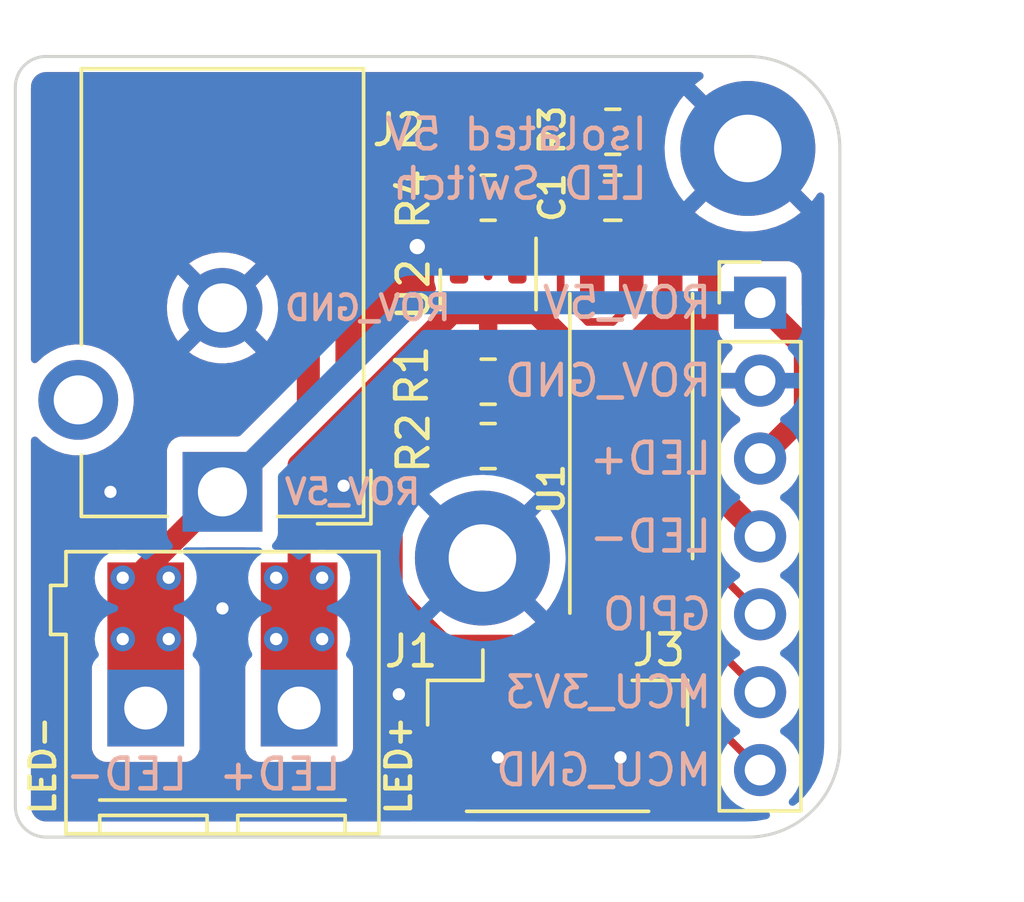
<source format=kicad_pcb>
(kicad_pcb (version 20211014) (generator pcbnew)
  (title_block (title "Isolated LED Switch PCB") (date "2022-04-30") (rev "2") (comment 3 "Author: Vincent Nguyen"))
  (layers (0 "F.Cu" signal "Front") (31 "B.Cu" signal "Back") (34 "B.Paste" user) (35 "F.Paste" user) (36 "B.SilkS" user "B.Silkscreen") (37 "F.SilkS" user "F.Silkscreen") (38 "B.Mask" user) (39 "F.Mask" user) (44 "Edge.Cuts" user))
  (net 0 "")
  (net 1 "GPIO")
  (net 2 "MCU_GND")
  (net 3 "LED_ANODE+")
  (net 4 "Net-(R3-Pad2)")
  (net 5 "Net-(R4-Pad2)")
  (net 6 "GND")
  (net 7 "LED_CATHODE-")
  (net 8 "MCU_3V3")
  (net 10 "Net-(R2-Pad2)")
  (footprint "Connector_BarrelJack:BarrelJack_CUI_PJ-102AH_Horizontal" (layer "F.Cu") (at 140.25 100.2 180)
    (fp_text reference "J2" (at -5.75 11.8) (layer "F.SilkS"))
    (fp_text value "Barrel_Jack")
    (fp_line (start 4.6 4.8) (end 4.6 13.8) (layer "F.SilkS") (width 0.12))
    (fp_line (start -4.84 0.7) (end -4.84 -1.04) (layer "F.SilkS") (width 0.12))
    (fp_line (start 1.8 -0.8) (end 4.6 -0.8) (layer "F.SilkS") (width 0.12))
    (fp_line (start -4.6 13.8) (end -4.6 -0.8) (layer "F.SilkS") (width 0.12))
    (fp_line (start 4.6 -0.8) (end 4.6 1.2) (layer "F.SilkS") (width 0.12))
    (fp_line (start -4.6 -0.8) (end -1.8 -0.8) (layer "F.SilkS") (width 0.12))
    (fp_line (start -4.84 -1.04) (end -3.1 -1.04) (layer "F.SilkS") (width 0.12))
    (fp_line (start 4.6 13.8) (end -4.6 13.8) (layer "F.SilkS") (width 0.12))
    (pad "1" thru_hole rect (at 0 0 180) (size 2.6 2.6) (drill 1.6) (layers *.Cu *.Mask) (net 3 "LED_ANODE+"))
    (pad "2" thru_hole circle (at 0 6 180) (size 2.6 2.6) (drill 1.6) (layers *.Cu *.Mask) (net 6 "GND"))
    (pad "3" thru_hole circle (at 4.7 3 180) (size 2.6 2.6) (drill 1.6) (layers *.Cu *.Mask))
  )
  (footprint "Package_TO_SOT_SMD:SOT-23" (layer "F.Cu") (at 148.91153 93.607247 -90)
    (fp_text reference "U2" (at -0.007247 2.4375 90) (layer "F.SilkS"))
    (fp_text value "SI3402-TP")
    (fp_line (start 0 1.56) (end -0.65 1.56) (layer "F.SilkS") (width 0.12))
    (fp_line (start 0 -1.56) (end 0.65 -1.56) (layer "F.SilkS") (width 0.12))
    (fp_line (start 0 1.56) (end 0.65 1.56) (layer "F.SilkS") (width 0.12))
    (fp_line (start 0 -1.56) (end -1.675 -1.56) (layer "F.SilkS") (width 0.12))
    (pad "1" smd roundrect (at -0.9375 -0.95 270) (size 1.475 0.6) (layers "F.Cu" "F.Paste" "F.Mask") (net 5 "Net-(R4-Pad2)"))
    (pad "2" smd roundrect (at -0.9375 0.95 270) (size 1.475 0.6) (layers "F.Cu" "F.Paste" "F.Mask") (net 6 "GND"))
    (pad "3" smd roundrect (at 0.9375 0 270) (size 1.475 0.6) (layers "F.Cu" "F.Paste" "F.Mask") (net 7 "LED_CATHODE-"))
  )
  (footprint "Resistor_SMD:R_0805_2012Metric" (layer "F.Cu") (at 148.91153 96.607247 180)
    (fp_text reference "R1" (at 2.4875 0.2 90) (layer "F.SilkS"))
    (fp_text value "10k")
    (fp_line (start -0.227064 -0.735) (end 0.227064 -0.735) (layer "F.SilkS") (width 0.12))
    (fp_line (start -0.227064 0.735) (end 0.227064 0.735) (layer "F.SilkS") (width 0.12))
    (pad "1" smd roundrect (at -0.9125 0 180) (size 1.025 1.4) (layers "F.Cu" "F.Paste" "F.Mask") (roundrect_rratio 0.243902) (net 1 "GPIO"))
    (pad "2" smd roundrect (at 0.9125 0 180) (size 1.025 1.4) (layers "F.Cu" "F.Paste" "F.Mask") (roundrect_rratio 0.243902) (net 2 "MCU_GND"))
  )
  (footprint "Resistor_SMD:R_0805_2012Metric" (layer "F.Cu") (at 152.97403 88.457247)
    (fp_text reference "R3" (at -1.97403 -0.057247 90) (layer "F.SilkS") (effects (font (size 0.8 0.8))))
    (fp_text value "10k")
    (fp_line (start -0.227064 0.735) (end 0.227064 0.735) (layer "F.SilkS") (width 0.12))
    (fp_line (start -0.227064 -0.735) (end 0.227064 -0.735) (layer "F.SilkS") (width 0.12))
    (pad "1" smd roundrect (at -0.9125 0) (size 1.025 1.4) (layers "F.Cu" "F.Paste" "F.Mask") (roundrect_rratio 0.243902) (net 3 "LED_ANODE+"))
    (pad "2" smd roundrect (at 0.9125 0) (size 1.025 1.4) (layers "F.Cu" "F.Paste" "F.Mask") (roundrect_rratio 0.243902) (net 4 "Net-(R3-Pad2)"))
  )
  (footprint "Capacitor_SMD:C_0805_2012Metric" (layer "F.Cu") (at 152.97403 90.607247)
    (fp_text reference "C1" (at -1.97403 -0.007247 90) (layer "F.SilkS") (effects (font (size 0.8 0.8))))
    (fp_text value "0.1uF")
    (fp_line (start -0.261252 -0.735) (end 0.261252 -0.735) (layer "F.SilkS") (width 0.12))
    (fp_line (start -0.261252 0.735) (end 0.261252 0.735) (layer "F.SilkS") (width 0.12))
    (pad "1" smd roundrect (at -0.95 0) (size 1 1.45) (layers "F.Cu" "F.Paste" "F.Mask") (net 3 "LED_ANODE+"))
    (pad "2" smd roundrect (at 0.95 0) (size 1 1.45) (layers "F.Cu" "F.Paste" "F.Mask") (net 6 "GND"))
  )
  (footprint "0_lib_fp:TB001-500-02BE" (layer "F.Cu") (at 140.25 107.25)
    (fp_text reference "J1" (at 6.15 -1.85 unlocked) (layer "F.SilkS"))
    (fp_text value "TB001-500-02BE")
    (fp_line (start 4 3.5) (end 4 4.1) (layer "F.SilkS") (width 0.12))
    (fp_line (start -0.5 3.5) (end -0.5 4.1) (layer "F.SilkS") (width 0.12))
    (fp_line (start -5.1 -5.1) (end 5.1 -5.1) (layer "F.SilkS") (width 0.12))
    (fp_line (start -5.1 -5.1) (end -5.1 -4) (layer "F.SilkS") (width 0.12))
    (fp_line (start -4 3.5) (end -4 4.1) (layer "F.SilkS") (width 0.12))
    (fp_line (start -5.6 -4) (end -5.1 -4) (layer "F.SilkS") (width 0.12))
    (fp_line (start 0.5 4.1) (end 0.5 3.5) (layer "F.SilkS") (width 0.12))
    (fp_line (start 4 3) (end -4 3) (layer "F.SilkS") (width 0.12))
    (fp_line (start -5.1 4.1) (end -5.1 -2.4) (layer "F.SilkS") (width 0.12))
    (fp_line (start -5.6 -2.4) (end -5.1 -2.4) (layer "F.SilkS") (width 0.12))
    (fp_line (start -0.5 3.5) (end -4 3.5) (layer "F.SilkS") (width 0.12))
    (fp_line (start 5.1 4.1) (end -5.1 4.1) (layer "F.SilkS") (width 0.12))
    (fp_line (start 0.5 3.5) (end 4 3.5) (layer "F.SilkS") (width 0.12))
    (fp_line (start 5.1 -5.1) (end 5.1 4.1) (layer "F.SilkS") (width 0.12))
    (fp_line (start -5.6 -4) (end -5.6 -2.4) (layer "F.SilkS") (width 0.12))
    (pad "1" thru_hole circle (at -1.75 -4.25) (size 0.8 0.8) (drill 0.4) (layers *.Cu *.Mask) (net 3 "LED_ANODE+"))
    (pad "1" thru_hole circle (at -3.25 -4.25) (size 0.8 0.8) (drill 0.4) (layers *.Cu *.Mask) (net 3 "LED_ANODE+"))
    (pad "1" thru_hole trapezoid (at -2.5 0) (size 2.5 2.5) (drill 1.4) (layers *.Cu *.Mask) (net 3 "LED_ANODE+"))
    (pad "1" thru_hole circle (at -3.25 -2.25) (size 0.8 0.8) (drill 0.4) (layers *.Cu *.Mask) (net 3 "LED_ANODE+"))
    (pad "1" smd rect (at -2.5 -3) (size 2.5 3.5) (layers "F.Cu" "F.Paste" "F.Mask") (net 3 "LED_ANODE+"))
    (pad "1" thru_hole circle (at -1.75 -2.25) (size 0.8 0.8) (drill 0.4) (layers *.Cu *.Mask) (net 3 "LED_ANODE+"))
    (pad "2" thru_hole circle (at 1.75 -4.25) (size 0.8 0.8) (drill 0.4) (layers *.Cu *.Mask) (net 7 "LED_CATHODE-"))
    (pad "2" thru_hole circle (at 3.25 -2.25) (size 0.8 0.8) (drill 0.4) (layers *.Cu *.Mask) (net 7 "LED_CATHODE-"))
    (pad "2" thru_hole circle (at 1.75 -2.25) (size 0.8 0.8) (drill 0.4) (layers *.Cu *.Mask) (net 7 "LED_CATHODE-"))
    (pad "2" smd rect (at 2.5 -3) (size 2.5 3.5) (layers "F.Cu" "F.Paste" "F.Mask") (net 7 "LED_CATHODE-"))
    (pad "2" thru_hole circle (at 3.25 -4.25) (size 0.8 0.8) (drill 0.4) (layers *.Cu *.Mask) (net 7 "LED_CATHODE-"))
    (pad "2" thru_hole rect (at 2.5 0) (size 2.5 2.5) (drill 1.4) (layers *.Cu *.Mask) (net 7 "LED_CATHODE-"))
  )
  (footprint "Resistor_SMD:R_0805_2012Metric" (layer "F.Cu") (at 148.91153 98.707247)
    (fp_text reference "R2" (at -2.4375 -0.1 90) (layer "F.SilkS"))
    (fp_text value "680")
    (fp_line (start -0.227064 0.735) (end 0.227064 0.735) (layer "F.SilkS") (width 0.12))
    (fp_line (start -0.227064 -0.735) (end 0.227064 -0.735) (layer "F.SilkS") (width 0.12))
    (pad "1" smd roundrect (at -0.9125 0) (size 1.025 1.4) (layers "F.Cu" "F.Paste" "F.Mask") (roundrect_rratio 0.243902) (net 1 "GPIO"))
    (pad "2" smd roundrect (at 0.9125 0) (size 1.025 1.4) (layers "F.Cu" "F.Paste" "F.Mask") (roundrect_rratio 0.243902) (net 10 "Net-(R2-Pad2)"))
  )
  (footprint "MountingHole:MountingHole_2.2mm_M2_Pad" (layer "F.Cu") (at 157.37403 89)
    (fp_text reference "H2" hide)
    (fp_text value "2.2mm M2")
    (pad "1" thru_hole circle (at 0 0) (size 4.4 4.4) (drill 2.2) (layers *.Cu *.Mask) (net 6 "GND"))
  )
  (footprint "Connector_JST:JST_GH_SM04B-GHS-TB_1x04-1MP_P1.25mm_Horizontal" (layer "F.Cu") (at 151.17403 108.057247)
    (fp_text reference "J3" (at 3.3 -2.7) (layer "F.SilkS"))
    (fp_text value "SM04B-GHS-TB(LF)(SN)")
    (fp_line (start 4.235 -0.26) (end 4.235 -1.71) (layer "F.SilkS") (width 0.12))
    (fp_line (start -4.235 -1.71) (end -2.435 -1.71) (layer "F.SilkS") (width 0.12))
    (fp_line (start 4.235 -1.71) (end 2.435 -1.71) (layer "F.SilkS") (width 0.12))
    (fp_line (start -4.235 -0.26) (end -4.235 -1.71) (layer "F.SilkS") (width 0.12))
    (fp_line (start -2.965 2.56) (end 2.965 2.56) (layer "F.SilkS") (width 0.12))
    (fp_line (start -2.435 -1.71) (end -2.435 -2.7) (layer "F.SilkS") (width 0.12))
    (pad "1" smd roundrect (at -1.875 -1.85) (size 0.6 1.7) (layers "F.Cu" "F.Paste" "F.Mask"))
    (pad "2" smd roundrect (at -0.625 -1.85) (size 0.6 1.7) (layers "F.Cu" "F.Paste" "F.Mask") (net 1 "GPIO"))
    (pad "3" smd roundrect (at 0.625 -1.85) (size 0.6 1.7) (layers "F.Cu" "F.Paste" "F.Mask") (net 8 "MCU_3V3"))
    (pad "4" smd roundrect (at 1.875 -1.85) (size 0.6 1.7) (layers "F.Cu" "F.Paste" "F.Mask") (net 2 "MCU_GND"))
    (pad "MP" smd roundrect (at -3.725 1.35) (size 1 2.7) (layers "F.Cu" "F.Paste" "F.Mask"))
    (pad "MP" smd roundrect (at 3.725 1.35) (size 1 2.7) (layers "F.Cu" "F.Paste" "F.Mask"))
  )
  (footprint "MountingHole:MountingHole_2.2mm_M2_Pad" (layer "F.Cu") (at 148.72403 102.357247)
    (fp_text reference "H1" hide)
    (fp_text value "2.2mm M2")
    (pad "1" thru_hole circle (at 0 0) (size 4.4 4.4) (drill 2.2) (layers *.Cu *.Mask) (net 6 "GND"))
  )
  (footprint "0_lib_fp:SO6L(LF4)" (layer "F.Cu") (at 153.57403 98.057247 90)
    (fp_text reference "U1" (at -2.05 -2.6 90 unlocked) (layer "F.SilkS") (effects (font (size 0.8 0.8))))
    (fp_text value "TLP2710(TP4,E")
    (fp_line (start -4.318 2) (end 4.318 2) (layer "F.SilkS") (width 0.12))
    (fp_line (start -6.096 -2) (end 4.318 -2) (layer "F.SilkS") (width 0.12))
    (pad "1" smd rect (at -5.3 -1.27 90) (size 1.8 0.8) (layers "F.Cu" "F.Paste" "F.Mask") (net 8 "MCU_3V3"))
    (pad "2" smd rect (at -5.3 0 90) (size 1.8 0.8) (layers "F.Cu" "F.Paste" "F.Mask"))
    (pad "3" smd rect (at -5.3 1.27 90) (size 1.8 0.8) (layers "F.Cu" "F.Paste" "F.Mask") (net 10 "Net-(R2-Pad2)"))
    (pad "4" smd rect (at 5.3 1.27 90) (size 1.8 0.8) (layers "F.Cu" "F.Paste" "F.Mask") (net 6 "GND"))
    (pad "5" smd rect (at 5.3 0 90) (size 1.8 0.8) (layers "F.Cu" "F.Paste" "F.Mask") (net 4 "Net-(R3-Pad2)"))
    (pad "6" smd rect (at 5.3 -1.27 90) (size 1.8 0.8) (layers "F.Cu" "F.Paste" "F.Mask") (net 3 "LED_ANODE+"))
  )
  (footprint "Connector_PinHeader_2.54mm:PinHeader_1x07_P2.54mm_Vertical" (layer "F.Cu") (at 157.77403 94.032247)
    (fp_text reference "J4" hide)
    (fp_text value "01x07 2.54mm Pin headers")
    (fp_line (start -1.33 0) (end -1.33 -1.33) (layer "F.SilkS") (width 0.12))
    (fp_line (start -1.33 1.27) (end 1.33 1.27) (layer "F.SilkS") (width 0.12))
    (fp_line (start -1.33 1.27) (end -1.33 16.57) (layer "F.SilkS") (width 0.12))
    (fp_line (start -1.33 16.57) (end 1.33 16.57) (layer "F.SilkS") (width 0.12))
    (fp_line (start -1.33 -1.33) (end 0 -1.33) (layer "F.SilkS") (width 0.12))
    (fp_line (start 1.33 1.27) (end 1.33 16.57) (layer "F.SilkS") (width 0.12))
    (pad "1" thru_hole rect (at 0 0) (size 1.7 1.7) (drill 1) (layers *.Cu *.Mask) (net 3 "LED_ANODE+"))
    (pad "2" thru_hole oval (at 0 2.54) (size 1.7 1.7) (drill 1) (layers *.Cu *.Mask) (net 6 "GND"))
    (pad "3" thru_hole oval (at 0 5.08) (size 1.7 1.7) (drill 1) (layers *.Cu *.Mask) (net 3 "LED_ANODE+"))
    (pad "4" thru_hole oval (at 0 7.62) (size 1.7 1.7) (drill 1) (layers *.Cu *.Mask) (net 7 "LED_CATHODE-"))
    (pad "5" thru_hole oval (at 0 10.16) (size 1.7 1.7) (drill 1) (layers *.Cu *.Mask) (net 1 "GPIO"))
    (pad "6" thru_hole oval (at 0 12.7) (size 1.7 1.7) (drill 1) (layers *.Cu *.Mask) (net 8 "MCU_3V3"))
    (pad "7" thru_hole oval (at 0 15.24) (size 1.7 1.7) (drill 1) (layers *.Cu *.Mask) (net 2 "MCU_GND"))
  )
  (footprint "Resistor_SMD:R_0805_2012Metric" (layer "F.Cu") (at 148.91153 90.607247 180)
    (fp_text reference "R4" (at 2.4375 -0.05 90) (layer "F.SilkS"))
    (fp_text value "4.7k")
    (fp_line (start -0.227064 -0.735) (end 0.227064 -0.735) (layer "F.SilkS") (width 0.12))
    (fp_line (start -0.227064 0.735) (end 0.227064 0.735) (layer "F.SilkS") (width 0.12))
    (pad "1" smd roundrect (at -0.9125 0 180) (size 1.025 1.4) (layers "F.Cu" "F.Paste" "F.Mask") (roundrect_rratio 0.243902) (net 4 "Net-(R3-Pad2)"))
    (pad "2" smd roundrect (at 0.9125 0 180) (size 1.025 1.4) (layers "F.Cu" "F.Paste" "F.Mask") (roundrect_rratio 0.243902) (net 5 "Net-(R4-Pad2)"))
  )
  (gr_arc (start 134.5 111.457247) (mid 133.792857 111.164367) (end 133.5 110.457247) (layer "Edge.Cuts") (width 0.1))
  (gr_line (start 157.37403 86) (end 134.5 86) (layer "Edge.Cuts") (width 0.1))
  (gr_line (start 133.5 98.85) (end 133.5 110.457247) (layer "Edge.Cuts") (width 0.1))
  (gr_line (start 160.37403 89) (end 160.37403 108.457247) (layer "Edge.Cuts") (width 0.1))
  (gr_line (start 134.5 111.457247) (end 157.37403 111.457247) (layer "Edge.Cuts") (width 0.1))
  (gr_arc (start 157.37403 86) (mid 159.495314 86.878693) (end 160.37403 89) (layer "Edge.Cuts") (width 0.1))
  (gr_line (start 133.5 98.85) (end 133.5 87) (layer "Edge.Cuts") (width 0.1))
  (gr_arc (start 160.37403 108.457247) (mid 159.49535 110.578567) (end 157.37403 111.457247) (layer "Edge.Cuts") (width 0.1))
  (gr_arc (start 133.5 87) (mid 133.792878 86.292873) (end 134.5 86) (layer "Edge.Cuts") (width 0.1))
  (gr_text "MCU_3V3" (at 156.27403 106.732247) (layer "B.SilkS") (effects (font (size 1 1)) (justify left mirror)))
  (gr_text "GPIO" (at 156.27403 104.192247) (layer "B.SilkS") (effects (font (size 1 1)) (justify left mirror)))
  (gr_text "LED-" (at 139.2 109.411247) (layer "B.SilkS") (effects (font (size 1 1)) (justify left mirror)))
  (gr_text "LED-" (at 156.27403 101.652247) (layer "B.SilkS") (effects (font (size 1 1)) (justify left mirror)))
  (gr_text "LED+" (at 156.27403 99.112247) (layer "B.SilkS") (effects (font (size 1 1)) (justify left mirror)))
  (gr_text "Isolated 5V \nLED Switch" (at 154.18603 89.345247) (layer "B.SilkS") (effects (font (size 1 1)) (justify left mirror)))
  (gr_text "ROV_5V" (at 142.2 100.2) (layer "B.SilkS") (effects (font (size 0.8 0.8)) (justify right mirror)))
  (gr_text "ROV_GND" (at 142.2 94.2) (layer "B.SilkS") (effects (font (size 0.8 0.8)) (justify right mirror)))
  (gr_text "ROV_GND" (at 156.27403 96.572247) (layer "B.SilkS") (effects (font (size 1 1)) (justify left mirror)))
  (gr_text "ROV_5V" (at 156.27403 94.032247) (layer "B.SilkS") (effects (font (size 1 1)) (justify left mirror)))
  (gr_text "MCU_GND" (at 156.27403 109.272247) (layer "B.SilkS") (effects (font (size 1 1)) (justify left mirror)))
  (gr_text "LED+" (at 144.2 109.411247) (layer "B.SilkS") (effects (font (size 1 1)) (justify left mirror)))
  (gr_text "LED+" (at 146 110.8 90) (layer "F.SilkS") (effects (font (size 0.8 0.8)) (justify left)))
  (gr_text "LED-" (at 134.4 110.8 90) (layer "F.SilkS") (effects (font (size 0.8 0.8)) (justify left)))
  (segment (start 147.91153 98.707247) (end 147.91153 98.519747) (width 0.25) (layer "F.Cu") (net 1))
  (segment (start 147.91153 98.707247) (end 145.999519 100.619258) (width 0.25) (layer "F.Cu") (net 1))
  (segment (start 147.91153 98.707247) (end 147.91153 98.469747) (width 0.25) (layer "F.Cu") (net 1))
  (segment (start 149.82403 96.607247) (end 150.18903 96.607247) (width 0.25) (layer "F.Cu") (net 1))
  (segment (start 145.999519 100.619258) (end 145.999519 103.423645) (width 0.25) (layer "F.Cu") (net 1))
  (segment (start 150.54903 105.865464) (end 150.54903 106.207247) (width 0.25) (layer "F.Cu") (net 1))
  (segment (start 147.91153 98.519747) (end 149.82403 96.607247) (width 0.25) (layer "F.Cu") (net 1))
  (segment (start 145.999519 103.423645) (end 147.558601 104.982727) (width 0.25) (layer "F.Cu") (net 1))
  (segment (start 150.18903 96.607247) (end 157.77403 104.192247) (width 0.25) (layer "F.Cu") (net 1))
  (segment (start 147.558601 104.982727) (end 149.666293 104.982727) (width 0.25) (layer "F.Cu") (net 1))
  (segment (start 149.666293 104.982727) (end 150.54903 105.865464) (width 0.25) (layer "F.Cu") (net 1))
  (segment (start 157.77403 109.272247) (end 154.70903 106.207247) (width 0.25) (layer "F.Cu") (net 2))
  (segment (start 145.5 104) (end 149.107247 107.607247) (width 0.25) (layer "F.Cu") (net 2))
  (segment (start 145.5 104) (end 145.5 99.106277) (width 0.25) (layer "F.Cu") (net 2))
  (segment (start 152.47403 107.607247) (end 153.04903 107.032247) (width 0.25) (layer "F.Cu") (net 2))
  (segment (start 153.04903 107.032247) (end 153.04903 106.207247) (width 0.25) (layer "F.Cu") (net 2))
  (segment (start 149.107247 107.607247) (end 152.47403 107.607247) (width 0.25) (layer "F.Cu") (net 2))
  (segment (start 145.5 99.106277) (end 147.99903 96.607247) (width 0.25) (layer "F.Cu") (net 2))
  (segment (start 154.70903 106.207247) (end 153.04903 106.207247) (width 0.25) (layer "F.Cu") (net 2))
  (segment (start 152.02403 88.494747) (end 152.06153 88.457247) (width 0.75) (layer "F.Cu") (net 3))
  (segment (start 152.02403 90.607247) (end 152.02403 88.494747) (width 0.75) (layer "F.Cu") (net 3))
  (segment (start 137.75 102.7) (end 140.25 100.2) (width 0.75) (layer "F.Cu") (net 3))
  (segment (start 152.02403 92.477247) (end 152.02403 90.607247) (width 0.75) (layer "F.Cu") (net 3))
  (segment (start 148.199772 88.457247) (end 152.06153 88.457247) (width 0.75) (layer "F.Cu") (net 3))
  (segment (start 152.30403 92.757247) (end 152.02403 92.477247) (width 0.75) (layer "F.Cu") (net 3))
  (segment (start 159.248541 95.506758) (end 159.248541 97.637736) (width 0.75) (layer "F.Cu") (net 3))
  (segment (start 140.25 100.2) (end 143.05 97.4) (width 0.75) (layer "F.Cu") (net 3))
  (segment (start 143.05 93.607019) (end 148.199772 88.457247) (width 0.75) (layer "F.Cu") (net 3))
  (segment (start 137.75 104.25) (end 137.75 102.7) (width 0.75) (layer "F.Cu") (net 3))
  (segment (start 159.248541 97.637736) (end 157.77403 99.112247) (width 0.75) (layer "F.Cu") (net 3))
  (segment (start 143.05 97.4) (end 143.05 93.607019) (width 0.75) (layer "F.Cu") (net 3))
  (segment (start 157.77403 94.032247) (end 159.248541 95.506758) (width 0.75) (layer "F.Cu") (net 3))
  (segment (start 146.417753 94.032247) (end 140.25 100.2) (width 0.75) (layer "B.Cu") (net 3))
  (segment (start 157.77403 94.032247) (end 146.417753 94.032247) (width 0.75) (layer "B.Cu") (net 3))
  (segment (start 153.57403 94.057247) (end 153.57403 92.757247) (width 0.25) (layer "F.Cu") (net 4))
  (segment (start 149.82403 90.607247) (end 151.27451 92.057727) (width 0.25) (layer "F.Cu") (net 4))
  (segment (start 151.27451 92.057727) (end 151.27451 93.776749) (width 0.25) (layer "F.Cu") (net 4))
  (segment (start 152.155008 94.657247) (end 152.97403 94.657247) (width 0.25) (layer "F.Cu") (net 4))
  (segment (start 153.57403 91.865451) (end 152.97403 91.265451) (width 0.25) (layer "F.Cu") (net 4))
  (segment (start 153.57403 92.757247) (end 153.57403 91.865451) (width 0.25) (layer "F.Cu") (net 4))
  (segment (start 152.97403 89.369747) (end 153.88653 88.457247) (width 0.25) (layer "F.Cu") (net 4))
  (segment (start 152.97403 91.265451) (end 152.97403 89.369747) (width 0.25) (layer "F.Cu") (net 4))
  (segment (start 152.97403 94.657247) (end 153.57403 94.057247) (width 0.25) (layer "F.Cu") (net 4))
  (segment (start 151.27451 93.776749) (end 152.155008 94.657247) (width 0.25) (layer "F.Cu") (net 4))
  (segment (start 147.99903 90.607247) (end 148.228326 90.607247) (width 0.25) (layer "F.Cu") (net 5))
  (segment (start 148.228326 90.607247) (end 149.86153 92.240451) (width 0.25) (layer "F.Cu") (net 5))
  (segment (start 149.86153 92.240451) (end 149.86153 92.669747) (width 0.25) (layer "F.Cu") (net 5))
  (segment (start 154.84403 92.757247) (end 154.84403 91.377247) (width 0.75) (layer "F.Cu") (net 6))
  (segment (start 154.84403 91.377247) (end 153.92403 90.457247) (width 0.75) (layer "F.Cu") (net 6))
  (via (at 146.6 92.2) (size 1) (drill 0.5) (layers "F.Cu" "B.Cu") (net 6))
  (via (at 146 106.8) (size 0.8) (drill 0.4) (layers "F.Cu" "B.Cu") (net 6))
  (via (at 136.6 100.2) (size 0.8) (drill 0.4) (layers "F.Cu" "B.Cu") (net 6))
  (via (at 153.22403 108.857247) (size 0.8) (drill 0.4) (layers "F.Cu" "B.Cu") (net 6))
  (via (at 144.2 100) (size 0.8) (drill 0.4) (layers "F.Cu" "B.Cu") (net 6))
  (via (at 140.25 104) (size 0.8) (drill 0.4) (layers "F.Cu" "B.Cu") (net 6))
  (via (at 149.22403 108.857247) (size 0.8) (drill 0.4) (layers "F.Cu" "B.Cu") (net 6))
  (segment (start 150.47903 94.357247) (end 147.72403 94.357247) (width 0.75) (layer "F.Cu") (net 7))
  (segment (start 157.77403 101.652247) (end 150.47903 94.357247) (width 0.75) (layer "F.Cu") (net 7))
  (segment (start 142.75 99.331277) (end 142.75 104.25) (width 0.75) (layer "F.Cu") (net 7))
  (segment (start 147.72403 94.357247) (end 142.75 99.331277) (width 0.75) (layer "F.Cu") (net 7))
  (segment (start 152.30403 104.507247) (end 152.77951 104.982727) (width 0.25) (layer "F.Cu") (net 8))
  (segment (start 152.30403 103.357247) (end 152.30403 104.507247) (width 0.25) (layer "F.Cu") (net 8))
  (segment (start 152.30403 105.702247) (end 151.79903 106.207247) (width 0.25) (layer "F.Cu") (net 8))
  (segment (start 156.02451 104.982727) (end 157.77403 106.732247) (width 0.25) (layer "F.Cu") (net 8))
  (segment (start 152.77951 104.982727) (end 156.02451 104.982727) (width 0.25) (layer "F.Cu") (net 8))
  (segment (start 152.30403 103.357247) (end 152.30403 105.702247) (width 0.25) (layer "F.Cu") (net 8))
  (segment (start 151.34403 98.707247) (end 154.84403 102.207247) (width 0.25) (layer "F.Cu") (net 10))
  (segment (start 154.84403 102.207247) (end 154.84403 103.357247) (width 0.25) (layer "F.Cu") (net 10))
  (segment (start 149.81153 98.707247) (end 151.34403 98.707247) (width 0.25) (layer "F.Cu") (net 10))
  (zone (net 6) (net_name "GND") (layer "F.Cu") (connect_pads (clearance 0.508)) (min_thickness 0.254) (fill yes (thermal_gap 0.508) (thermal_bridge_width 0.508))
    (polygon (pts (xy 160.97403 111.857247) (xy 133 111.857247) (xy 133 85.75) (xy 161 85.75)))
  )
  (zone (net 6) (net_name "GND") (layer "B.Cu") (connect_pads (clearance 0.508)) (min_thickness 0.254) (fill yes (thermal_gap 0.508) (thermal_bridge_width 0.508))
    (polygon (pts (xy 160.97403 111.857247) (xy 133 111.857247) (xy 133 86.357247) (xy 160.97403 86.357247)))
  )
)
</source>
